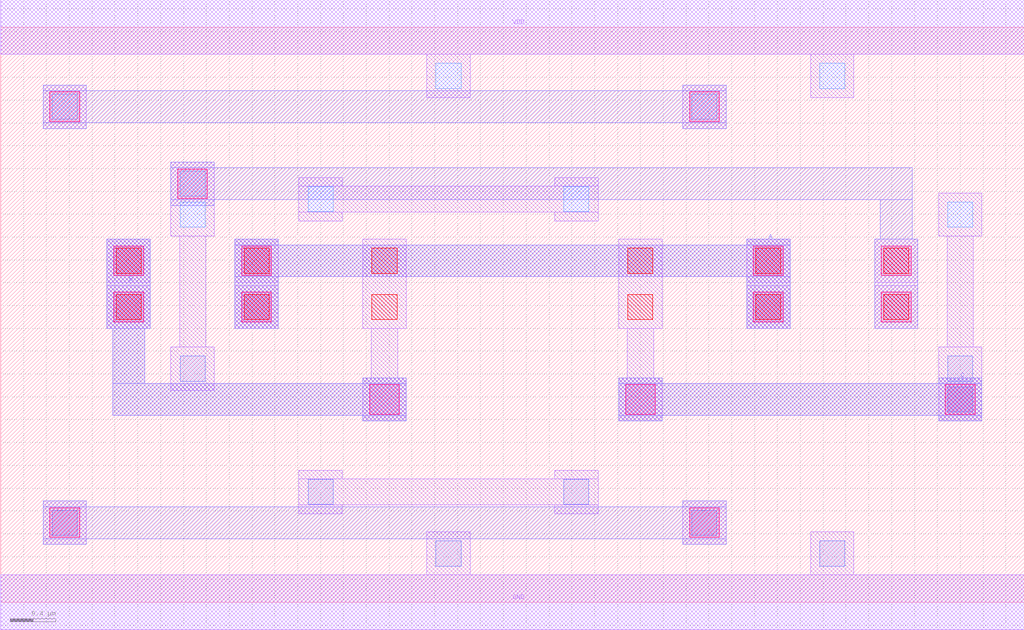
<source format=lef>
MACRO VANBERKEL1991
 CLASS CORE ;
 FOREIGN VANBERKEL1991 0 0 ;
 SIZE 8.96 BY 5.04 ;
 ORIGIN 0 0 ;
 SYMMETRY X Y R90 ;
 SITE unit ;
  PIN VDD
   DIRECTION INOUT ;
   USE POWER ;
   SHAPE ABUTMENT ;
    PORT
     CLASS CORE ;
       LAYER met1 ;
        RECT 0.00000000 4.80000000 8.96000000 5.28000000 ;
    END
  END VDD

  PIN GND
   DIRECTION INOUT ;
   USE POWER ;
   SHAPE ABUTMENT ;
    PORT
     CLASS CORE ;
       LAYER met1 ;
        RECT 0.00000000 -0.24000000 8.96000000 0.24000000 ;
    END
  END GND

  PIN C
   DIRECTION INOUT ;
   USE SIGNAL ;
   SHAPE ABUTMENT ;
    PORT
     CLASS CORE ;
       LAYER met2 ;
        RECT 5.41000000 1.58700000 5.79000000 1.63700000 ;
        RECT 8.21000000 1.58700000 8.59000000 1.63700000 ;
        RECT 5.41000000 1.63700000 8.59000000 1.91700000 ;
        RECT 5.41000000 1.91700000 5.79000000 1.96700000 ;
        RECT 8.21000000 1.91700000 8.59000000 1.96700000 ;
    END
  END C

  PIN B
   DIRECTION INOUT ;
   USE SIGNAL ;
   SHAPE ABUTMENT ;
    PORT
     CLASS CORE ;
       LAYER met2 ;
        RECT 3.17000000 1.58700000 3.55000000 1.63700000 ;
        RECT 0.98000000 1.63700000 3.55000000 1.91700000 ;
        RECT 3.17000000 1.91700000 3.55000000 1.96700000 ;
        RECT 0.98000000 1.91700000 1.26000000 2.39700000 ;
        RECT 0.93000000 2.39700000 1.31000000 3.18200000 ;
    END
  END B

  PIN A
   DIRECTION INOUT ;
   USE SIGNAL ;
   SHAPE ABUTMENT ;
    PORT
     CLASS CORE ;
       LAYER met2 ;
        RECT 2.05000000 2.39700000 2.43000000 2.85200000 ;
        RECT 6.53000000 2.39700000 6.91000000 2.85200000 ;
        RECT 2.05000000 2.85200000 6.91000000 3.13200000 ;
        RECT 2.05000000 3.13200000 2.43000000 3.18200000 ;
        RECT 6.53000000 3.13200000 6.91000000 3.18200000 ;
    END
  END A

 OBS
    LAYER polycont ;
     RECT 1.01000000 2.47700000 1.23000000 2.69700000 ;
     RECT 2.13000000 2.47700000 2.35000000 2.69700000 ;
     RECT 3.25000000 2.47700000 3.47000000 2.69700000 ;
     RECT 5.49000000 2.47700000 5.71000000 2.69700000 ;
     RECT 6.61000000 2.47700000 6.83000000 2.69700000 ;
     RECT 7.73000000 2.47700000 7.95000000 2.69700000 ;
     RECT 1.01000000 2.88200000 1.23000000 3.10200000 ;
     RECT 2.13000000 2.88200000 2.35000000 3.10200000 ;
     RECT 3.25000000 2.88200000 3.47000000 3.10200000 ;
     RECT 5.49000000 2.88200000 5.71000000 3.10200000 ;
     RECT 6.61000000 2.88200000 6.83000000 3.10200000 ;
     RECT 7.73000000 2.88200000 7.95000000 3.10200000 ;

    LAYER pdiffc ;
     RECT 1.57000000 3.28700000 1.79000000 3.50700000 ;
     RECT 8.29000000 3.28700000 8.51000000 3.50700000 ;
     RECT 2.69000000 3.42200000 2.91000000 3.64200000 ;
     RECT 4.93000000 3.42200000 5.15000000 3.64200000 ;
     RECT 1.57000000 3.55700000 1.79000000 3.77700000 ;
     RECT 0.45000000 4.23200000 0.67000000 4.45200000 ;
     RECT 6.05000000 4.23200000 6.27000000 4.45200000 ;
     RECT 3.81000000 4.50200000 4.03000000 4.72200000 ;
     RECT 7.17000000 4.50200000 7.39000000 4.72200000 ;

    LAYER ndiffc ;
     RECT 3.81000000 0.31700000 4.03000000 0.53700000 ;
     RECT 7.17000000 0.31700000 7.39000000 0.53700000 ;
     RECT 0.45000000 0.58700000 0.67000000 0.80700000 ;
     RECT 6.05000000 0.58700000 6.27000000 0.80700000 ;
     RECT 2.69000000 0.85700000 2.91000000 1.07700000 ;
     RECT 4.93000000 0.85700000 5.15000000 1.07700000 ;
     RECT 8.29000000 1.66700000 8.51000000 1.88700000 ;
     RECT 1.57000000 1.93700000 1.79000000 2.15700000 ;
     RECT 8.29000000 1.93700000 8.51000000 2.15700000 ;

    LAYER met1 ;
     RECT 0.00000000 -0.24000000 8.96000000 0.24000000 ;
     RECT 3.73000000 0.24000000 4.11000000 0.61700000 ;
     RECT 7.09000000 0.24000000 7.47000000 0.61700000 ;
     RECT 0.37000000 0.50700000 0.75000000 0.88700000 ;
     RECT 5.97000000 0.50700000 6.35000000 0.88700000 ;
     RECT 2.61000000 0.77700000 2.99000000 0.85200000 ;
     RECT 4.85000000 0.77700000 5.23000000 0.85200000 ;
     RECT 2.61000000 0.85200000 5.23000000 1.08200000 ;
     RECT 2.61000000 1.08200000 2.99000000 1.15700000 ;
     RECT 4.85000000 1.08200000 5.23000000 1.15700000 ;
     RECT 0.93000000 2.39700000 1.31000000 2.77700000 ;
     RECT 2.05000000 2.39700000 2.43000000 2.77700000 ;
     RECT 6.53000000 2.39700000 6.91000000 2.77700000 ;
     RECT 7.65000000 2.39700000 8.03000000 2.77700000 ;
     RECT 0.93000000 2.80200000 1.31000000 3.18200000 ;
     RECT 2.05000000 2.80200000 2.43000000 3.18200000 ;
     RECT 3.17000000 1.58700000 3.55000000 1.96700000 ;
     RECT 3.24500000 1.96700000 3.47500000 2.39700000 ;
     RECT 3.17000000 2.39700000 3.55000000 3.18200000 ;
     RECT 5.41000000 1.58700000 5.79000000 1.96700000 ;
     RECT 5.48500000 1.96700000 5.71500000 2.39700000 ;
     RECT 5.41000000 2.39700000 5.79000000 3.18200000 ;
     RECT 6.53000000 2.80200000 6.91000000 3.18200000 ;
     RECT 7.65000000 2.80200000 8.03000000 3.18200000 ;
     RECT 8.21000000 1.58700000 8.59000000 2.23700000 ;
     RECT 8.28500000 2.23700000 8.51500000 3.20700000 ;
     RECT 8.21000000 3.20700000 8.59000000 3.58700000 ;
     RECT 2.61000000 3.34200000 2.99000000 3.41700000 ;
     RECT 4.85000000 3.34200000 5.23000000 3.41700000 ;
     RECT 2.61000000 3.41700000 5.23000000 3.64700000 ;
     RECT 2.61000000 3.64700000 2.99000000 3.72200000 ;
     RECT 4.85000000 3.64700000 5.23000000 3.72200000 ;
     RECT 1.49000000 1.85700000 1.87000000 2.23700000 ;
     RECT 1.56500000 2.23700000 1.79500000 3.20700000 ;
     RECT 1.49000000 3.20700000 1.87000000 3.85700000 ;
     RECT 0.37000000 4.15200000 0.75000000 4.53200000 ;
     RECT 5.97000000 4.15200000 6.35000000 4.53200000 ;
     RECT 3.73000000 4.42200000 4.11000000 4.80000000 ;
     RECT 7.09000000 4.42200000 7.47000000 4.80000000 ;
     RECT 0.00000000 4.80000000 8.96000000 5.28000000 ;

    LAYER via1 ;
     RECT 0.43000000 0.56700000 0.69000000 0.82700000 ;
     RECT 6.03000000 0.56700000 6.29000000 0.82700000 ;
     RECT 3.23000000 1.64700000 3.49000000 1.90700000 ;
     RECT 5.47000000 1.64700000 5.73000000 1.90700000 ;
     RECT 8.27000000 1.64700000 8.53000000 1.90700000 ;
     RECT 0.99000000 2.45700000 1.25000000 2.71700000 ;
     RECT 2.11000000 2.45700000 2.37000000 2.71700000 ;
     RECT 6.59000000 2.45700000 6.85000000 2.71700000 ;
     RECT 7.71000000 2.45700000 7.97000000 2.71700000 ;
     RECT 0.99000000 2.86200000 1.25000000 3.12200000 ;
     RECT 2.11000000 2.86200000 2.37000000 3.12200000 ;
     RECT 6.59000000 2.86200000 6.85000000 3.12200000 ;
     RECT 7.71000000 2.86200000 7.97000000 3.12200000 ;
     RECT 1.55000000 3.53700000 1.81000000 3.79700000 ;
     RECT 0.43000000 4.21200000 0.69000000 4.47200000 ;
     RECT 6.03000000 4.21200000 6.29000000 4.47200000 ;

    LAYER met2 ;
     RECT 0.37000000 0.50700000 0.75000000 0.55700000 ;
     RECT 5.97000000 0.50700000 6.35000000 0.55700000 ;
     RECT 0.37000000 0.55700000 6.35000000 0.83700000 ;
     RECT 0.37000000 0.83700000 0.75000000 0.88700000 ;
     RECT 5.97000000 0.83700000 6.35000000 0.88700000 ;
     RECT 5.41000000 1.58700000 5.79000000 1.63700000 ;
     RECT 8.21000000 1.58700000 8.59000000 1.63700000 ;
     RECT 5.41000000 1.63700000 8.59000000 1.91700000 ;
     RECT 5.41000000 1.91700000 5.79000000 1.96700000 ;
     RECT 8.21000000 1.91700000 8.59000000 1.96700000 ;
     RECT 3.17000000 1.58700000 3.55000000 1.63700000 ;
     RECT 0.98000000 1.63700000 3.55000000 1.91700000 ;
     RECT 3.17000000 1.91700000 3.55000000 1.96700000 ;
     RECT 0.98000000 1.91700000 1.26000000 2.39700000 ;
     RECT 0.93000000 2.39700000 1.31000000 3.18200000 ;
     RECT 2.05000000 2.39700000 2.43000000 2.85200000 ;
     RECT 6.53000000 2.39700000 6.91000000 2.85200000 ;
     RECT 2.05000000 2.85200000 6.91000000 3.13200000 ;
     RECT 2.05000000 3.13200000 2.43000000 3.18200000 ;
     RECT 6.53000000 3.13200000 6.91000000 3.18200000 ;
     RECT 7.65000000 2.39700000 8.03000000 3.18200000 ;
     RECT 1.49000000 3.47700000 1.87000000 3.52700000 ;
     RECT 7.70000000 3.18200000 7.98000000 3.52700000 ;
     RECT 1.49000000 3.52700000 7.98000000 3.80700000 ;
     RECT 1.49000000 3.80700000 1.87000000 3.85700000 ;
     RECT 0.37000000 4.15200000 0.75000000 4.20200000 ;
     RECT 5.97000000 4.15200000 6.35000000 4.20200000 ;
     RECT 0.37000000 4.20200000 6.35000000 4.48200000 ;
     RECT 0.37000000 4.48200000 0.75000000 4.53200000 ;
     RECT 5.97000000 4.48200000 6.35000000 4.53200000 ;

 END
END VANBERKEL1991

</source>
